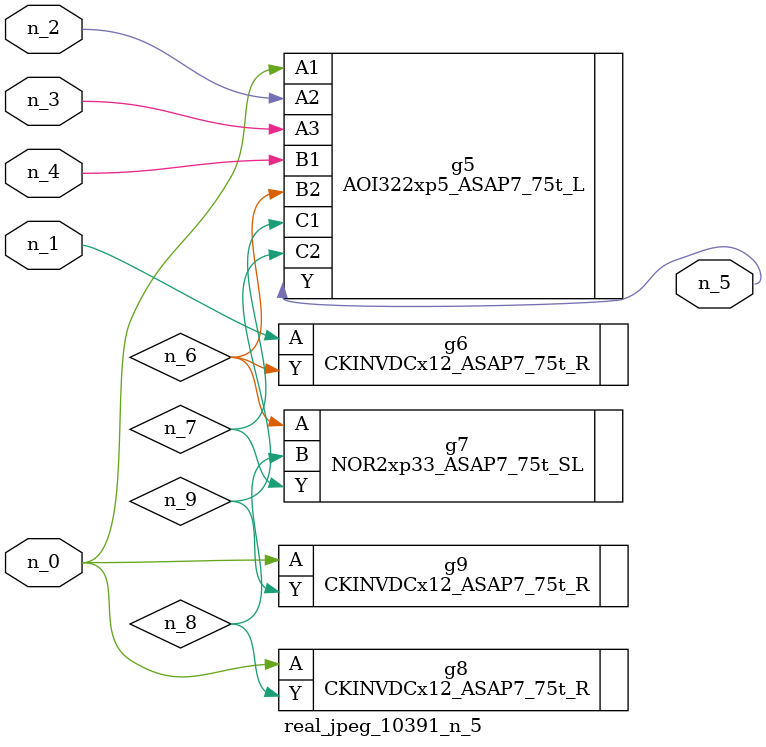
<source format=v>
module real_jpeg_10391_n_5 (n_4, n_0, n_1, n_2, n_3, n_5);

input n_4;
input n_0;
input n_1;
input n_2;
input n_3;

output n_5;

wire n_8;
wire n_6;
wire n_7;
wire n_9;

AOI322xp5_ASAP7_75t_L g5 ( 
.A1(n_0),
.A2(n_2),
.A3(n_3),
.B1(n_4),
.B2(n_6),
.C1(n_7),
.C2(n_9),
.Y(n_5)
);

CKINVDCx12_ASAP7_75t_R g8 ( 
.A(n_0),
.Y(n_8)
);

CKINVDCx12_ASAP7_75t_R g9 ( 
.A(n_0),
.Y(n_9)
);

CKINVDCx12_ASAP7_75t_R g6 ( 
.A(n_1),
.Y(n_6)
);

NOR2xp33_ASAP7_75t_SL g7 ( 
.A(n_6),
.B(n_8),
.Y(n_7)
);


endmodule
</source>
